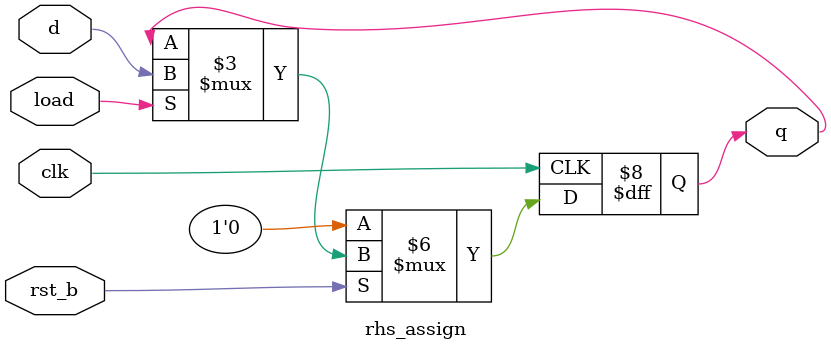
<source format=sv>

module rhs_assign
  (input logic  clk,
   input logic  rst_b,
   input logic  load,
   input logic  d,
   output logic q
   );

  always_ff @(posedge clk)
    if (!rst_b) begin
      q <= '0;
    end else if (load) begin
      q <= d;
    end

endmodule

</source>
